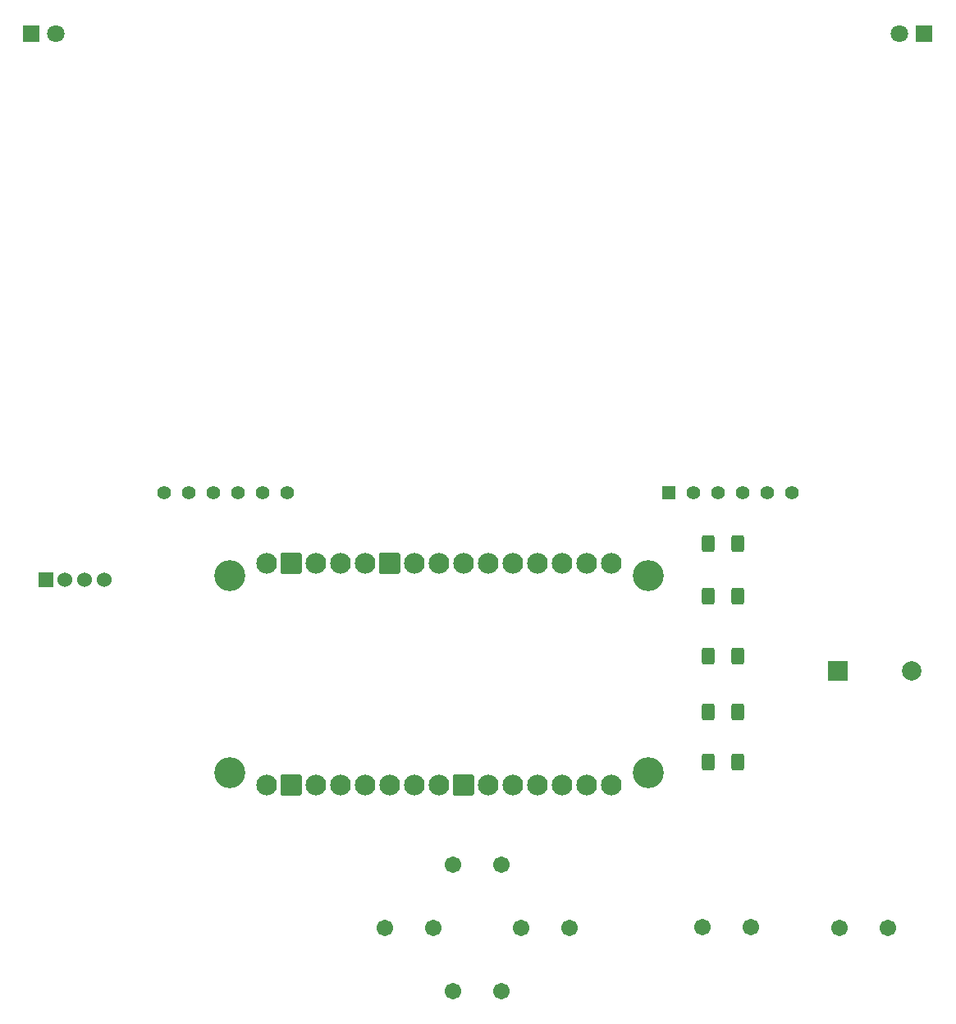
<source format=gts>
%TF.GenerationSoftware,KiCad,Pcbnew,8.0.1*%
%TF.CreationDate,2024-04-24T10:41:03+02:00*%
%TF.ProjectId,PCB,5043422e-6b69-4636-9164-5f7063625858,v0.1*%
%TF.SameCoordinates,Original*%
%TF.FileFunction,Soldermask,Top*%
%TF.FilePolarity,Negative*%
%FSLAX46Y46*%
G04 Gerber Fmt 4.6, Leading zero omitted, Abs format (unit mm)*
G04 Created by KiCad (PCBNEW 8.0.1) date 2024-04-24 10:41:03*
%MOMM*%
%LPD*%
G01*
G04 APERTURE LIST*
G04 Aperture macros list*
%AMRoundRect*
0 Rectangle with rounded corners*
0 $1 Rounding radius*
0 $2 $3 $4 $5 $6 $7 $8 $9 X,Y pos of 4 corners*
0 Add a 4 corners polygon primitive as box body*
4,1,4,$2,$3,$4,$5,$6,$7,$8,$9,$2,$3,0*
0 Add four circle primitives for the rounded corners*
1,1,$1+$1,$2,$3*
1,1,$1+$1,$4,$5*
1,1,$1+$1,$6,$7*
1,1,$1+$1,$8,$9*
0 Add four rect primitives between the rounded corners*
20,1,$1+$1,$2,$3,$4,$5,0*
20,1,$1+$1,$4,$5,$6,$7,0*
20,1,$1+$1,$6,$7,$8,$9,0*
20,1,$1+$1,$8,$9,$2,$3,0*%
G04 Aperture macros list end*
%ADD10C,1.712000*%
%ADD11C,3.200000*%
%ADD12C,2.134000*%
%ADD13RoundRect,0.102000X-0.965000X0.965000X-0.965000X-0.965000X0.965000X-0.965000X0.965000X0.965000X0*%
%ADD14RoundRect,0.250000X-0.400000X-0.625000X0.400000X-0.625000X0.400000X0.625000X-0.400000X0.625000X0*%
%ADD15R,2.000000X2.000000*%
%ADD16C,2.000000*%
%ADD17RoundRect,0.250000X0.400000X0.625000X-0.400000X0.625000X-0.400000X-0.625000X0.400000X-0.625000X0*%
%ADD18C,1.404000*%
%ADD19RoundRect,0.102000X-0.600000X-0.600000X0.600000X-0.600000X0.600000X0.600000X-0.600000X0.600000X0*%
%ADD20R,1.800000X1.800000*%
%ADD21C,1.800000*%
%ADD22R,1.524000X1.524000*%
%ADD23C,1.524000*%
G04 APERTURE END LIST*
D10*
%TO.C,SW1*%
X160725000Y-130375000D03*
X165725000Y-130375000D03*
%TD*%
D11*
%TO.C,U1*%
X155130000Y-94145000D03*
X111950000Y-94145000D03*
X155130000Y-114465000D03*
X111950000Y-114465000D03*
D12*
X151320000Y-92875000D03*
X148780000Y-92875000D03*
X146240000Y-92875000D03*
X143700000Y-92875000D03*
X141160000Y-92875000D03*
X138620000Y-92875000D03*
X136080000Y-92875000D03*
X133540000Y-92875000D03*
X131000000Y-92875000D03*
D13*
X128460000Y-92875000D03*
D12*
X125920000Y-92875000D03*
X123380000Y-92875000D03*
X120840000Y-92875000D03*
D13*
X118300000Y-92875000D03*
D12*
X115760000Y-92875000D03*
X115760000Y-115735000D03*
D13*
X118300000Y-115735000D03*
D12*
X120840000Y-115735000D03*
X123380000Y-115735000D03*
X125920000Y-115735000D03*
X128460000Y-115735000D03*
X131000000Y-115735000D03*
X133540000Y-115735000D03*
D13*
X136080000Y-115735000D03*
D12*
X138620000Y-115735000D03*
X141160000Y-115735000D03*
X143700000Y-115735000D03*
X146240000Y-115735000D03*
X148780000Y-115735000D03*
X151320000Y-115735000D03*
%TD*%
D14*
%TO.C,R3*%
X161275000Y-108150000D03*
X164375000Y-108150000D03*
%TD*%
%TO.C,R2*%
X161275000Y-113375000D03*
X164375000Y-113375000D03*
%TD*%
D10*
%TO.C,SW5*%
X134950000Y-136975000D03*
X139950000Y-136975000D03*
%TD*%
%TO.C,SW2*%
X174810500Y-130400000D03*
X179810500Y-130400000D03*
%TD*%
%TO.C,SW6*%
X127925000Y-130450000D03*
X132925000Y-130450000D03*
%TD*%
%TO.C,SW3*%
X134950000Y-123950000D03*
X139950000Y-123950000D03*
%TD*%
D15*
%TO.C,BZ1*%
X174650000Y-103975000D03*
D16*
X182250000Y-103975000D03*
%TD*%
D17*
%TO.C,R1*%
X164375000Y-90825000D03*
X161275000Y-90825000D03*
%TD*%
D18*
%TO.C,NHD*%
X105135000Y-85540000D03*
X107675000Y-85540000D03*
X110215000Y-85540000D03*
X112755000Y-85540000D03*
X115295000Y-85540000D03*
X117835000Y-85540000D03*
D19*
X157235000Y-85540000D03*
D18*
X159775000Y-85540000D03*
X162315000Y-85540000D03*
X164855000Y-85540000D03*
X167395000Y-85540000D03*
X169935000Y-85540000D03*
%TD*%
D14*
%TO.C,R4*%
X161275000Y-102400000D03*
X164375000Y-102400000D03*
%TD*%
%TO.C,R5*%
X161275000Y-96225000D03*
X164375000Y-96225000D03*
%TD*%
D20*
%TO.C,D1*%
X91475000Y-38250000D03*
D21*
X94015000Y-38250000D03*
%TD*%
D22*
%TO.C,EM4100*%
X92950000Y-94525000D03*
D23*
X94950000Y-94525000D03*
X96950000Y-94525000D03*
X98950000Y-94525000D03*
%TD*%
D10*
%TO.C,SW4*%
X142000000Y-130450000D03*
X147000000Y-130450000D03*
%TD*%
D20*
%TO.C,D2*%
X183600000Y-38200000D03*
D21*
X181060000Y-38200000D03*
%TD*%
M02*

</source>
